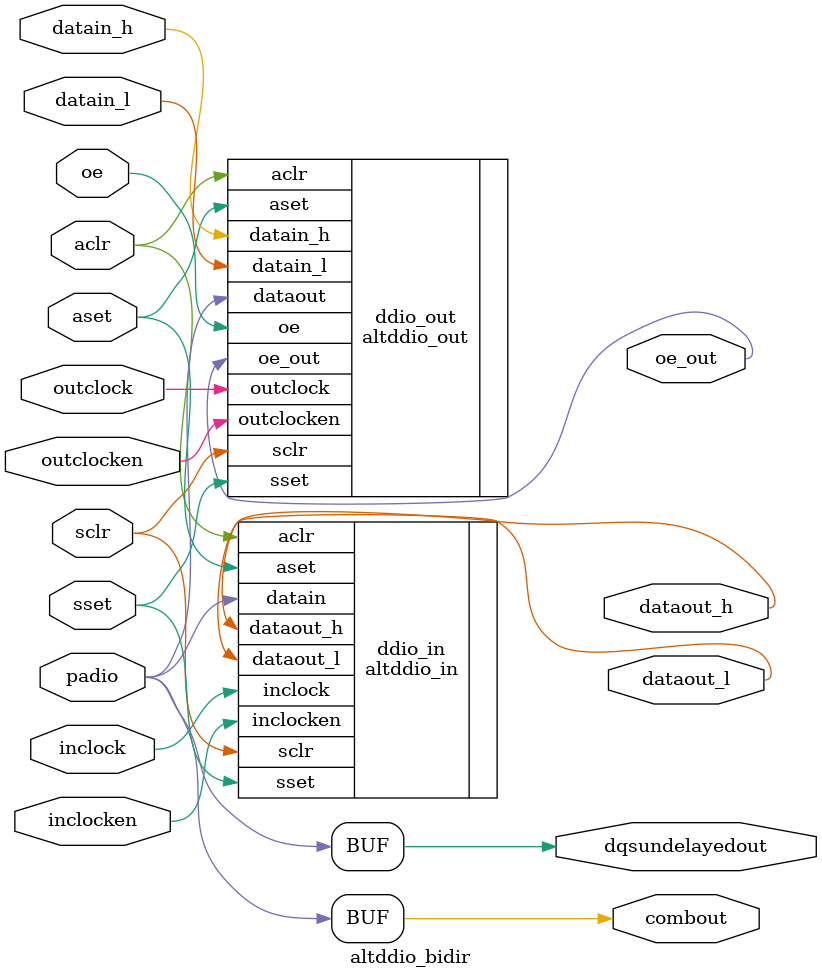
<source format=v>
module altddio_bidir (
// INTERFACE BEGIN
    datain_h,  // input data to be output of padio port at the
               // rising edge of outclock
    datain_l,  // input data to be output of padio port at the
               // falling edge of outclock
    inclock,   // input reference clock to sample data by
    inclocken, // inclock enable
    outclock,  // input reference clock to register data output
    outclocken,// outclock enable
    aset,      // asynchronous set
    aclr,      // asynchronous clear
    sset,      // synchronous set
    sclr,      // synchronous clear
    oe,        // output enable for padio port
    oe_out,    // 
    dataout_h, // data sampled from the padio port at the rising edge of inclock
    dataout_l, // data sampled from the padio port at the falling edge of inclock
    combout,   // combinatorial output directly fed by padio
    dqsundelayedout, // undelayed DQS signal to the PLD core
    padio      // bidirectional DDR port

);
// INTERFACE END
//// default parameters ////

parameter width = 1; 
parameter power_up_high = "OFF";
parameter oe_reg = "UNREGISTERED";
parameter extend_oe_disable = "OFF";
parameter intended_device_family = "UNUSED";
parameter implement_input_in_lcell = "OFF";
parameter invert_output = "OFF";
parameter lpm_type = "altddio_bidir";
parameter lpm_hint = "UNUSED";

//// constants ////
//// variables ////

//// port declarations ////

input [width-1:0] datain_l,datain_h;
input inclock,outclock;
input inclocken,outclocken;
input aset;
input aclr;
input sset;
input sclr;
input oe;
output [width-1:0] oe_out;
output [width-1:0] dataout_h;
output [width-1:0] dataout_l;
output [width-1:0] combout;
output [width-1:0] dqsundelayedout;
inout  [width-1:0] padio;

//// nets/registers ////

// IMPLEMENTATION BEGIN

// ********************** synchronous logic ***************** //

// ***************** ddio logic ***************** //

// ddio input

altddio_in #(
		.width(width),
		.intended_device_family(intended_device_family),
		.power_up_high(power_up_high)
	    ) ddio_in (
    .datain(padio),
    .inclock(inclock),
    .inclocken(inclocken),
    .aset(aset),
    .aclr(aclr),
    .sset(sset),
    .sclr(sclr),
    .dataout_h(dataout_h),
    .dataout_l(dataout_l)
);

// ddio output

altddio_out #(
		.width(width),
		.intended_device_family(intended_device_family),
		.power_up_high(power_up_high),
               	.oe_reg(oe_reg),
                .extend_oe_disable(extend_oe_disable)
	     ) ddio_out (
    .datain_h(datain_h),
    .datain_l(datain_l),
    .outclock(outclock),
    .oe(oe),
    .outclocken(outclocken),
    .aset(aset),
    .aclr(aclr),
    .sset(sset),
    .sclr(sclr),
	 .oe_out(oe_out),
    .dataout(padio)
);

// ********************** asynchronous logic ***************** //

assign combout = padio;
assign dqsundelayedout = padio;


// IMPLEMENTATION END
endmodule
// MODEL END

</source>
